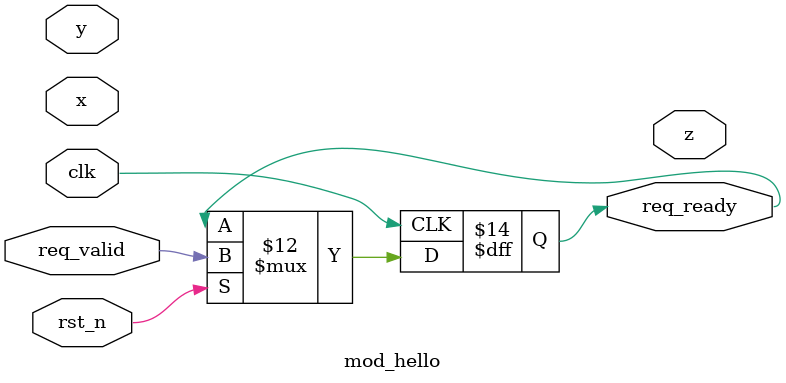
<source format=v>
module mod_hello(clk, rst_n, req_valid, req_ready, x, y, z);
   input clk;
   input rst_n;
   input req_valid;
   output req_ready;
   input [31:0] x;
   input [31:0] y;
   output z;

   reg 	  req_ready;
   reg 	  done;
   reg 	  z;

   always @(posedge clk) begin
      if (!rst_n) begin
	 done <= 0;
      end else begin
	 if (req_valid) begin
	    if (!done) begin
		$display("Hello world!");
		done <= 1;
	    end
	 end
	 req_ready <= req_valid;
      end
   end
endmodule

</source>
